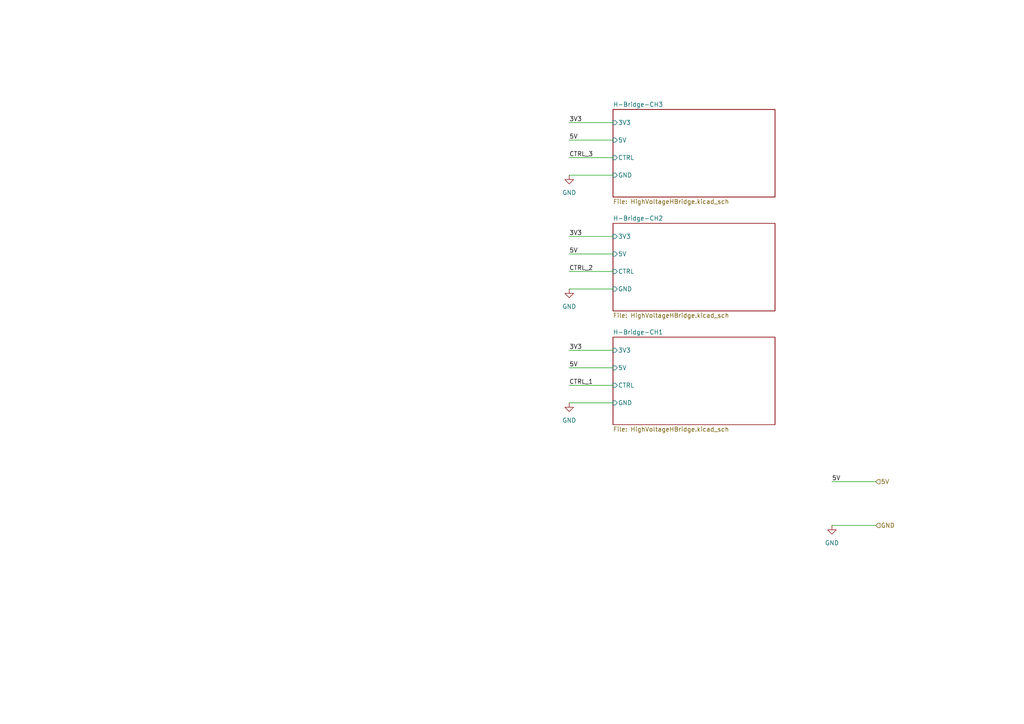
<source format=kicad_sch>
(kicad_sch (version 20250114) (generator "eeschema") (generator_version "9.0")
  (paper "A4")
  (lib_symbols
    (symbol "power:GND" (power) (pin_numbers (hide yes)) (pin_names (offset 0) (hide yes))
      (property "Value" "GND" (at 0 -3.81 0))
      (symbol "GND_0_1"
        (polyline (pts (xy 0 0) (xy 0 -1.27) (xy 1.27 -1.27) (xy 0 -2.54) (xy -1.27 -1.27) (xy 0 -1.27)))
      )
      (symbol "GND_1_1"
        (pin power_in line (at 0 0 270) (length 0) (name "~") (number "1"))
      )
    )
  )
  (wire (pts (xy 165.1 50.8) (xy 177.8 50.8)))
  (wire (pts (xy 165.1 83.82) (xy 177.8 83.82)))
  (wire (pts (xy 241.3 152.4) (xy 254 152.4)))
  (wire (pts (xy 165.1 101.6) (xy 177.8 101.6)))
  (wire (pts (xy 165.1 116.84) (xy 177.8 116.84)))
  (wire (pts (xy 165.1 35.56) (xy 177.8 35.56)))
  (wire (pts (xy 165.1 106.68) (xy 177.8 106.68)))
  (wire (pts (xy 165.1 68.58) (xy 177.8 68.58)))
  (wire (pts (xy 165.1 78.74) (xy 177.8 78.74)))
  (wire (pts (xy 165.1 45.72) (xy 177.8 45.72)))
  (wire (pts (xy 165.1 73.66) (xy 177.8 73.66)))
  (wire (pts (xy 165.1 111.76) (xy 177.8 111.76)))
  (wire (pts (xy 241.3 139.7) (xy 254 139.7)))
  (wire (pts (xy 165.1 40.64) (xy 177.8 40.64)))
  (label "3V3" (at 165.1 35.56 0))
  (label "3V3" (at 165.1 68.58 0))
  (label "5V" (at 241.3 139.7 0))
  (label "CTRL_3" (at 165.1 45.72 0))
  (label "5V" (at 165.1 106.68 0))
  (label "CTRL_1" (at 165.1 111.76 0))
  (label "CTRL_2" (at 165.1 78.74 0))
  (label "3V3" (at 165.1 101.6 0))
  (label "5V" (at 165.1 73.66 0))
  (label "5V" (at 165.1 40.64 0))
  (hierarchical_label "GND" (shape input) (at 254 152.4 0))
  (hierarchical_label "5V" (shape input) (at 254 139.7 0))
  (symbol (lib_id "power:GND") (at 165.1 83.82 0) (unit 1)
    (property "Reference" "#PWR023" (effects (hide yes)))
    (property "Value" "GND" (at 165.1 88.9 0))
    (property "Description" "Power symbol creates a global label with name \"GND\" , ground" (effects (hide yes)))
  )
  (symbol (lib_id "power:GND") (at 165.1 116.84 0) (unit 1)
    (property "Reference" "#PWR039" (effects (hide yes)))
    (property "Value" "GND" (at 165.1 121.92 0))
    (property "Description" "Power symbol creates a global label with name \"GND\" , ground" (effects (hide yes)))
  )
  (symbol (lib_id "power:GND") (at 165.1 50.8 0) (unit 1)
    (property "Reference" "#PWR034" (effects (hide yes)))
    (property "Value" "GND" (at 165.1 55.88 0))
    (property "Description" "Power symbol creates a global label with name \"GND\" , ground" (effects (hide yes)))
  )
  (symbol (lib_id "power:GND") (at 241.3 152.4 0) (unit 1)
    (property "Reference" "#PWR042" (effects (hide yes)))
    (property "Value" "GND" (at 241.3 157.48 0))
    (property "Description" "Power symbol creates a global label with name \"GND\" , ground" (effects (hide yes)))
  )
  (sheet (at 177.8 31.75) (size 46.99 25.4) (stroke (width 0.1524))
    (property "Sheetname" "H-Bridge-CH3" (at 177.8 31.0384 0) (effects (justify left bottom)))
    (property "Sheetfile" "HighVoltageHBridge.kicad_sch" (at 177.8 57.7346 0) (effects (justify left top)))
    (pin "3V3" input (at 177.8 35.56 180))
    (pin "5V" input (at 177.8 40.64 180))
    (pin "CTRL" input (at 177.8 45.72 180))
    (pin "GND" input (at 177.8 50.8 180))
  )
  (sheet (at 177.8 64.77) (size 46.99 25.4) (stroke (width 0.1524))
    (property "Sheetname" "H-Bridge-CH2" (at 177.8 64.0584 0) (effects (justify left bottom)))
    (property "Sheetfile" "HighVoltageHBridge.kicad_sch" (at 177.8 90.7546 0) (effects (justify left top)))
    (pin "3V3" input (at 177.8 68.58 180))
    (pin "5V" input (at 177.8 73.66 180))
    (pin "CTRL" input (at 177.8 78.74 180))
    (pin "GND" input (at 177.8 83.82 180))
  )
  (sheet (at 177.8 97.79) (size 46.99 25.4) (stroke (width 0.1524))
    (property "Sheetname" "H-Bridge-CH1" (at 177.8 97.0784 0) (effects (justify left bottom)))
    (property "Sheetfile" "HighVoltageHBridge.kicad_sch" (at 177.8 123.7746 0) (effects (justify left top)))
    (pin "3V3" input (at 177.8 101.6 180))
    (pin "5V" input (at 177.8 106.68 180))
    (pin "CTRL" input (at 177.8 111.76 180))
    (pin "GND" input (at 177.8 116.84 180))
  )
)
</source>
